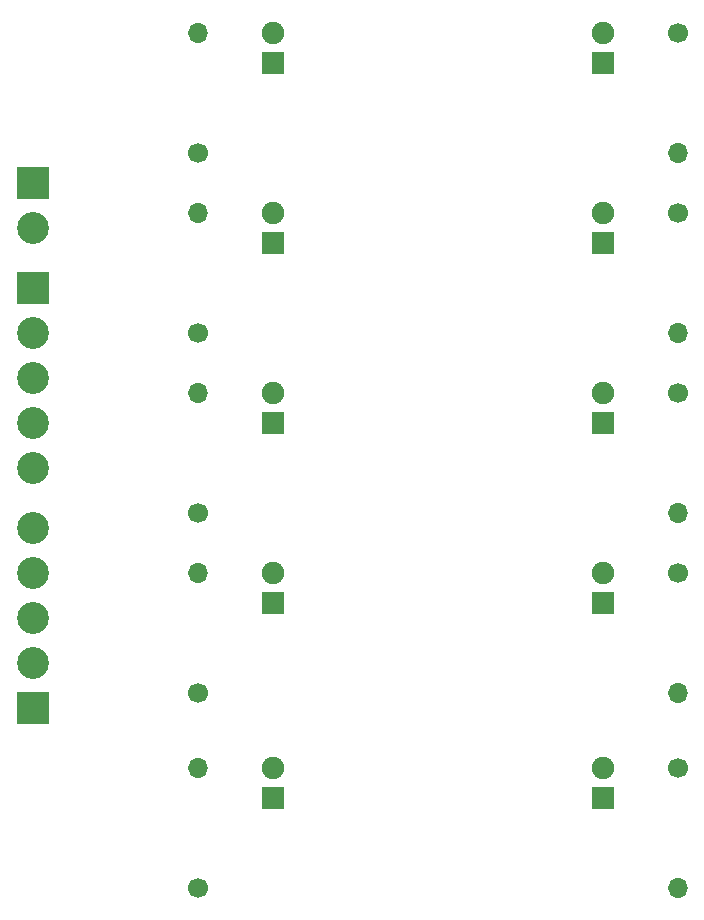
<source format=gbr>
%TF.GenerationSoftware,KiCad,Pcbnew,(5.1.6)-1*%
%TF.CreationDate,2020-07-18T16:29:51-07:00*%
%TF.ProjectId,Ign-Inj LEDs,49676e2d-496e-46a2-904c-4544732e6b69,rev?*%
%TF.SameCoordinates,Original*%
%TF.FileFunction,Soldermask,Top*%
%TF.FilePolarity,Negative*%
%FSLAX46Y46*%
G04 Gerber Fmt 4.6, Leading zero omitted, Abs format (unit mm)*
G04 Created by KiCad (PCBNEW (5.1.6)-1) date 2020-07-18 16:29:51*
%MOMM*%
%LPD*%
G01*
G04 APERTURE LIST*
%ADD10C,1.900000*%
%ADD11R,1.900000X1.900000*%
%ADD12C,2.700000*%
%ADD13R,2.700000X2.700000*%
%ADD14C,1.700000*%
%ADD15O,1.700000X1.700000*%
G04 APERTURE END LIST*
D10*
%TO.C,D1*%
X111760000Y-957580000D03*
D11*
X111760000Y-960120000D03*
%TD*%
D10*
%TO.C,D2*%
X111760000Y-972820000D03*
D11*
X111760000Y-975360000D03*
%TD*%
%TO.C,D3*%
X111760000Y-990600000D03*
D10*
X111760000Y-988060000D03*
%TD*%
%TO.C,D4*%
X111760000Y-1003300000D03*
D11*
X111760000Y-1005840000D03*
%TD*%
%TO.C,D5*%
X111760000Y-1022350000D03*
D10*
X111760000Y-1019810000D03*
%TD*%
D11*
%TO.C,D6*%
X139700000Y-960120000D03*
D10*
X139700000Y-957580000D03*
%TD*%
%TO.C,D7*%
X139700000Y-972820000D03*
D11*
X139700000Y-975360000D03*
%TD*%
%TO.C,D8*%
X139700000Y-990600000D03*
D10*
X139700000Y-988060000D03*
%TD*%
%TO.C,D9*%
X139700000Y-1003300000D03*
D11*
X139700000Y-1005840000D03*
%TD*%
%TO.C,D10*%
X139700000Y-1022350000D03*
D10*
X139700000Y-1019810000D03*
%TD*%
D12*
%TO.C,J1*%
X91440000Y-1007110000D03*
X91440000Y-1010920000D03*
X91440000Y-1003300000D03*
X91440000Y-999490000D03*
D13*
X91440000Y-1014730000D03*
%TD*%
D12*
%TO.C,J2*%
X91440000Y-974090000D03*
D13*
X91440000Y-970280000D03*
%TD*%
%TO.C,J3*%
X91440000Y-979170000D03*
D12*
X91440000Y-994410000D03*
X91440000Y-990600000D03*
X91440000Y-982980000D03*
X91440000Y-986790000D03*
%TD*%
D14*
%TO.C,R1*%
X105410000Y-967740000D03*
D15*
X105410000Y-957580000D03*
%TD*%
%TO.C,R2*%
X105410000Y-972820000D03*
D14*
X105410000Y-982980000D03*
%TD*%
%TO.C,R3*%
X105410000Y-998220000D03*
D15*
X105410000Y-988060000D03*
%TD*%
%TO.C,R4*%
X105410000Y-1003300000D03*
D14*
X105410000Y-1013460000D03*
%TD*%
%TO.C,R5*%
X105410000Y-1029970000D03*
D15*
X105410000Y-1019810000D03*
%TD*%
%TO.C,R6*%
X146050000Y-967740000D03*
D14*
X146050000Y-957580000D03*
%TD*%
%TO.C,R7*%
X146050000Y-972820000D03*
D15*
X146050000Y-982980000D03*
%TD*%
%TO.C,R8*%
X146050000Y-998220000D03*
D14*
X146050000Y-988060000D03*
%TD*%
%TO.C,R9*%
X146050000Y-1003300000D03*
D15*
X146050000Y-1013460000D03*
%TD*%
%TO.C,R10*%
X146050000Y-1029970000D03*
D14*
X146050000Y-1019810000D03*
%TD*%
M02*

</source>
